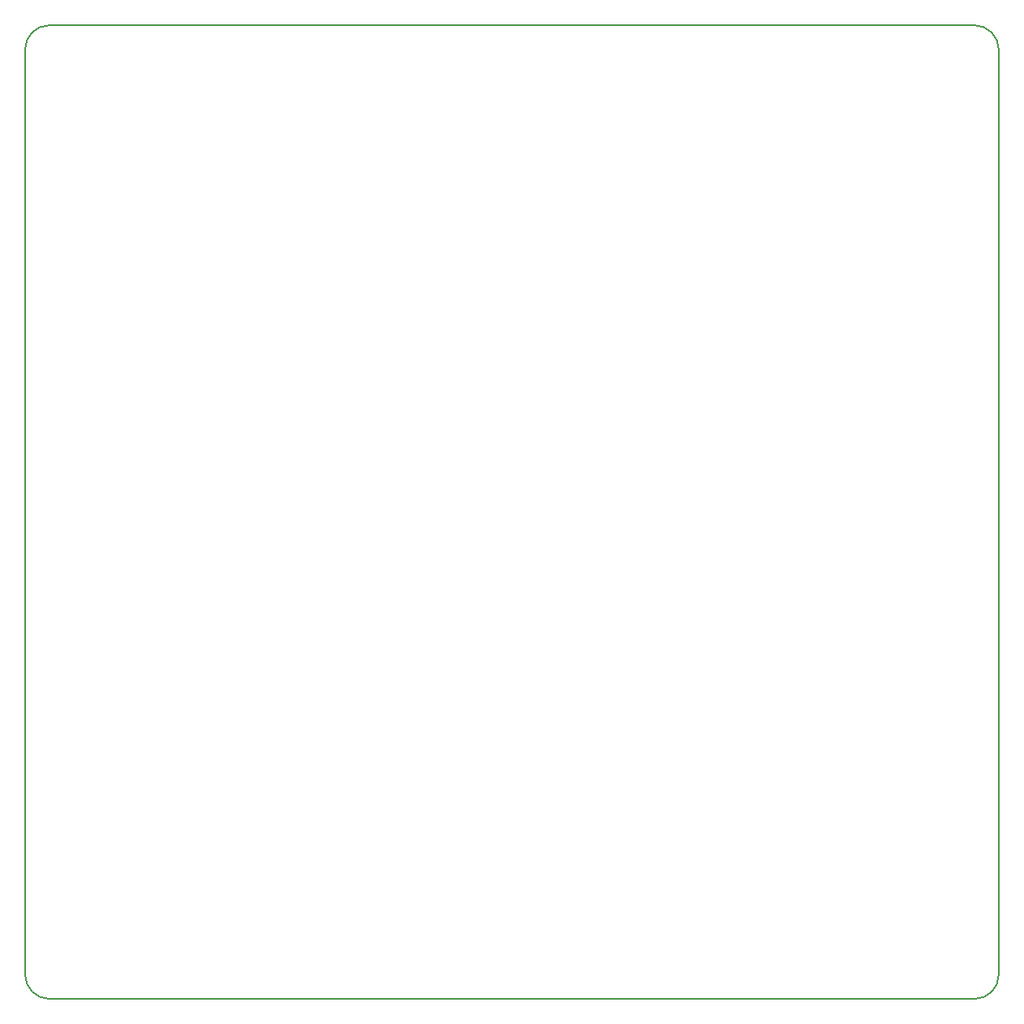
<source format=gm1>
%TF.GenerationSoftware,KiCad,Pcbnew,7.0.9*%
%TF.CreationDate,2023-11-27T13:52:55+01:00*%
%TF.ProjectId,Avionus_Flight_Controller,4176696f-6e75-4735-9f46-6c696768745f,1.0*%
%TF.SameCoordinates,Original*%
%TF.FileFunction,Profile,NP*%
%FSLAX46Y46*%
G04 Gerber Fmt 4.6, Leading zero omitted, Abs format (unit mm)*
G04 Created by KiCad (PCBNEW 7.0.9) date 2023-11-27 13:52:55*
%MOMM*%
%LPD*%
G01*
G04 APERTURE LIST*
%TA.AperFunction,Profile*%
%ADD10C,0.150000*%
%TD*%
G04 APERTURE END LIST*
D10*
X124460000Y-127000000D02*
X27940000Y-127000000D01*
X127000000Y-27940000D02*
G75*
G03*
X124460000Y-25400000I-2540000J0D01*
G01*
X27940000Y-25400000D02*
X124460000Y-25400000D01*
X27940000Y-25400000D02*
G75*
G03*
X25400000Y-27940000I0J-2540000D01*
G01*
X25400000Y-124460000D02*
X25400000Y-27940000D01*
X25400000Y-124460000D02*
G75*
G03*
X27940000Y-127000000I2540000J0D01*
G01*
X127000000Y-27940000D02*
X127000000Y-124460000D01*
X124460000Y-127000000D02*
G75*
G03*
X127000000Y-124460000I0J2540000D01*
G01*
M02*

</source>
